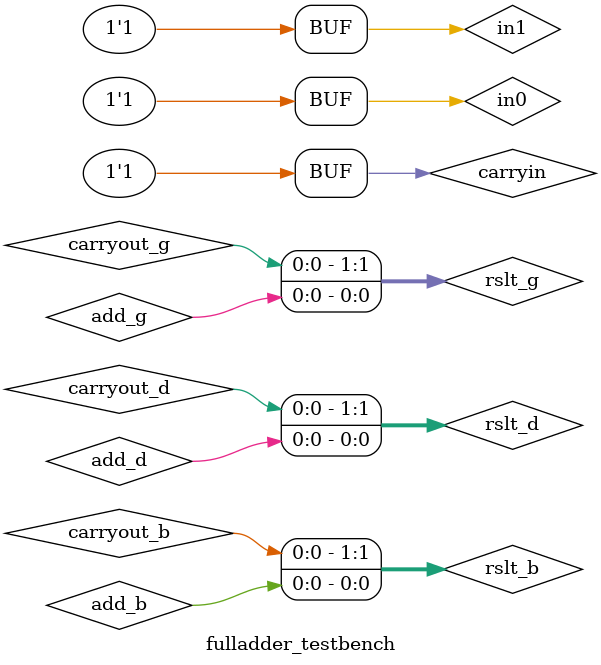
<source format=sv>
`timescale 1ns/1ns
module fulladder_testbench;
 logic in0, in1, carryin; 
 logic add_b, carryout_b,
       add_d, carryout_d,
       add_g, carryout_g;
logic [1:0]   rslt_b, rslt_d, rslt_g;

//spect : 8336949259
// Instantiate design under test
fulladder_behave behave1(
    .a(in0),
    .b(in1),
    .cin(carryin),
    .cout(carryout_b),
    .sum(add_b)
);
assign rslt_b = {carryout_b, add_b};

// Instantiate design under test
fulladder_data data1(
    .a(in0),
    .b(in1),
    .cin(carryin),
    .cout(carryout_d),
    .sum(add_d)
);
assign rslt_d = {carryout_d, add_d};

// Instantiate design under test
fulladder_gate gate1(
    .a(in0),
    .b(in1),
    .cin(carryin),
    .cout(carryout_g),
    .sum(add_g)
);
assign rslt_g = {carryout_g, add_g};



initial begin
// Initialize Inputs
    in0=0;
    in1=0;
    carryin=0;
// Wait 100 ns for global reset to finish
#50;
    in0=0;
    in1=0;
    carryin=0;

#50 
    in0=1;
    in1=0;
    carryin=0;
#50
    in0=0;
    in1=1;
    carryin=0;
#50
    in0=1;
    in1=1;
    carryin=0;
#50; 
    in0=0;
    in1=0;
    carryin=1;
#50; 
    in0=1;
    in1=0;
    carryin=1;
#50;
    in0=0;
    in1=1;
    carryin=1;
#50;
    in0=1;
    in1=1;
    carryin=1;
#50;
end

initial begin
 $monitor(" time=%0t   a=%d   b=%d   c=%d   sum_b=%d   cout_b=%d   sum_d=%d   cout_d=%d   sum_g=%d   cout_g=%d \n", $time, in0, in1, carryin, add_b, carryout_b, add_d, carryout_d, add_g, carryout_g);
end
endmodule
</source>
